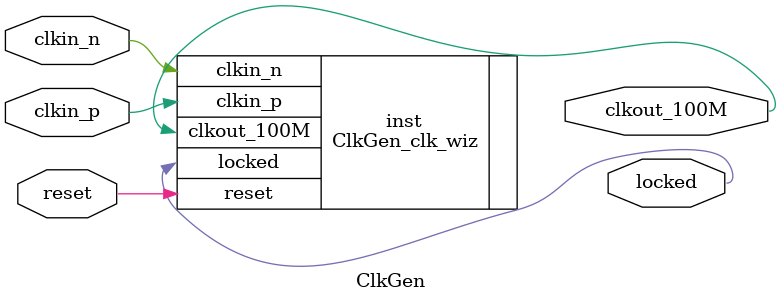
<source format=v>


`timescale 1ps/1ps

(* CORE_GENERATION_INFO = "ClkGen,clk_wiz_v5_3_3_0,{component_name=ClkGen,use_phase_alignment=true,use_min_o_jitter=false,use_max_i_jitter=false,use_dyn_phase_shift=false,use_inclk_switchover=false,use_dyn_reconfig=false,enable_axi=0,feedback_source=FDBK_AUTO,PRIMITIVE=MMCM,num_out_clk=1,clkin1_period=3.333,clkin2_period=10.0,use_power_down=false,use_reset=true,use_locked=true,use_inclk_stopped=false,feedback_type=SINGLE,CLOCK_MGR_TYPE=NA,manual_override=false}" *)

module ClkGen 
 (
  // Clock out ports
  output        clkout_100M,
  // Status and control signals
  input         reset,
  output        locked,
 // Clock in ports
  input         clkin_p,
  input         clkin_n
 );

  ClkGen_clk_wiz inst
  (
  // Clock out ports  
  .clkout_100M(clkout_100M),
  // Status and control signals               
  .reset(reset), 
  .locked(locked),
 // Clock in ports
  .clkin_p(clkin_p),
  .clkin_n(clkin_n)
  );

endmodule

</source>
